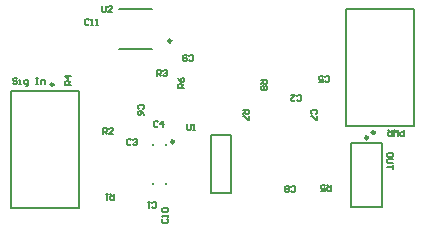
<source format=gto>
G04*
G04 #@! TF.GenerationSoftware,Altium Limited,Altium Designer,24.3.1 (35)*
G04*
G04 Layer_Color=65535*
%FSLAX44Y44*%
%MOMM*%
G71*
G04*
G04 #@! TF.SameCoordinates,A55C384A-10D3-4AF3-AD7F-F2B73029A162*
G04*
G04*
G04 #@! TF.FilePolarity,Positive*
G04*
G01*
G75*
%ADD10C,0.2500*%
%ADD11C,0.2000*%
%ADD12C,0.1270*%
D10*
X326870Y388760D02*
G03*
X326870Y388760I-1250J0D01*
G01*
X598920Y348240D02*
G03*
X598920Y348240I-1250J0D01*
G01*
X593070Y343820D02*
G03*
X593070Y343820I-1250J0D01*
G01*
X428849Y340360D02*
G03*
X428849Y340360I-1250J0D01*
G01*
X426521Y425860D02*
G03*
X426521Y425860I-1250J0D01*
G01*
D11*
X348620Y284510D02*
Y383510D01*
X291120Y284510D02*
X348620D01*
X291120D02*
Y383510D01*
X348620D01*
X574670Y353490D02*
X632170D01*
Y452490D01*
X574670D02*
X632170D01*
X574670Y353490D02*
Y452490D01*
X578370Y285520D02*
Y339320D01*
X605270D01*
Y285520D02*
Y339320D01*
X578370Y285520D02*
X605270D01*
X459840Y296810D02*
Y345810D01*
Y296810D02*
X477420D01*
Y345810D01*
X459840D02*
X477420D01*
X382240Y418610D02*
X410240D01*
X382240Y452610D02*
X410240D01*
X410810Y304300D02*
Y305300D01*
X422310Y304300D02*
Y305300D01*
Y337320D02*
Y338320D01*
X410810Y337320D02*
Y338320D01*
D12*
X295913Y393699D02*
X295067Y394546D01*
X293374D01*
X292528Y393699D01*
Y392853D01*
X293374Y392006D01*
X295067D01*
X295913Y391160D01*
Y390314D01*
X295067Y389467D01*
X293374D01*
X292528Y390314D01*
X297606Y389467D02*
X299299D01*
X298452D01*
Y392853D01*
X297606D01*
X303531Y387774D02*
X304377D01*
X305224Y388621D01*
Y392853D01*
X302684D01*
X301838Y392006D01*
Y390314D01*
X302684Y389467D01*
X305224D01*
X311995Y394546D02*
X313687D01*
X312841D01*
Y389467D01*
X311995D01*
X313687D01*
X316227D02*
Y392853D01*
X318766D01*
X319612Y392006D01*
Y389467D01*
X623991Y350519D02*
Y345441D01*
X621452D01*
X620606Y346287D01*
Y347980D01*
X621452Y348826D01*
X623991D01*
X618913Y345441D02*
Y350519D01*
X617220Y348826D01*
X615527Y350519D01*
Y345441D01*
X613834Y350519D02*
Y345441D01*
X611295D01*
X610449Y346287D01*
Y347980D01*
X611295Y348826D01*
X613834D01*
X612142D02*
X610449Y350519D01*
X614679Y328082D02*
Y329775D01*
X613833Y330621D01*
X610447D01*
X609601Y329775D01*
Y328082D01*
X610447Y327236D01*
X613833D01*
X614679Y328082D01*
Y325543D02*
X610447D01*
X609601Y324696D01*
Y323004D01*
X610447Y322157D01*
X614679D01*
Y320464D02*
Y317079D01*
Y318772D01*
X609601D01*
X357294Y443653D02*
X356448Y444499D01*
X354755D01*
X353909Y443653D01*
Y440267D01*
X354755Y439421D01*
X356448D01*
X357294Y440267D01*
X358987Y439421D02*
X360680D01*
X359833D01*
Y444499D01*
X358987Y443653D01*
X363219Y439421D02*
X364912D01*
X364065D01*
Y444499D01*
X363219Y443653D01*
X549063Y364066D02*
X549909Y364913D01*
Y366605D01*
X549063Y367452D01*
X545677D01*
X544831Y366605D01*
Y364913D01*
X545677Y364066D01*
X549909Y362374D02*
Y358988D01*
X549063D01*
X545677Y362374D01*
X544831D01*
X367803Y455319D02*
Y451087D01*
X368650Y450241D01*
X370342D01*
X371189Y451087D01*
Y455319D01*
X376267Y450241D02*
X372882D01*
X376267Y453626D01*
Y454473D01*
X375421Y455319D01*
X373728D01*
X372882Y454473D01*
X392854Y341705D02*
X392007Y342551D01*
X390314D01*
X389468Y341705D01*
Y338319D01*
X390314Y337473D01*
X392007D01*
X392854Y338319D01*
X394546Y341705D02*
X395393Y342551D01*
X397086D01*
X397932Y341705D01*
Y340858D01*
X397086Y340012D01*
X396239D01*
X397086D01*
X397932Y339165D01*
Y338319D01*
X397086Y337473D01*
X395393D01*
X394546Y338319D01*
X415714Y357293D02*
X414867Y358139D01*
X413175D01*
X412328Y357293D01*
Y353907D01*
X413175Y353061D01*
X414867D01*
X415714Y353907D01*
X419946Y353061D02*
Y358139D01*
X417406Y355600D01*
X420792D01*
X441536Y409787D02*
X442383Y408941D01*
X444076D01*
X444922Y409787D01*
Y413173D01*
X444076Y414019D01*
X442383D01*
X441536Y413173D01*
X439844D02*
X438997Y414019D01*
X437304D01*
X436458Y413173D01*
Y409787D01*
X437304Y408941D01*
X438997D01*
X439844Y409787D01*
Y410634D01*
X438997Y411480D01*
X436458D01*
X532976Y375497D02*
X533823Y374651D01*
X535516D01*
X536362Y375497D01*
Y378883D01*
X535516Y379729D01*
X533823D01*
X532976Y378883D01*
X527898Y379729D02*
X531284D01*
X527898Y376344D01*
Y375497D01*
X528744Y374651D01*
X530437D01*
X531284Y375497D01*
X557106Y392007D02*
X557953Y391161D01*
X559646D01*
X560492Y392007D01*
Y395393D01*
X559646Y396239D01*
X557953D01*
X557106Y395393D01*
X552028Y391161D02*
X555414D01*
Y393700D01*
X553721Y392854D01*
X552874D01*
X552028Y393700D01*
Y395393D01*
X552874Y396239D01*
X554567D01*
X555414Y395393D01*
X410210Y285327D02*
X411056Y284481D01*
X412749D01*
X413596Y285327D01*
Y288713D01*
X412749Y289559D01*
X411056D01*
X410210Y288713D01*
X408517Y289559D02*
X406824D01*
X407671D01*
Y284481D01*
X408517Y285327D01*
X369148Y346711D02*
Y351789D01*
X371687D01*
X372534Y350943D01*
Y349250D01*
X371687Y348404D01*
X369148D01*
X370841D02*
X372534Y346711D01*
X377612D02*
X374226D01*
X377612Y350096D01*
Y350943D01*
X376766Y351789D01*
X375073D01*
X374226Y350943D01*
X378036Y295909D02*
Y290831D01*
X375496D01*
X374650Y291677D01*
Y293370D01*
X375496Y294216D01*
X378036D01*
X376343D02*
X374650Y295909D01*
X372957D02*
X371264D01*
X372111D01*
Y290831D01*
X372957Y291677D01*
X487681Y367452D02*
X492759D01*
Y364913D01*
X491913Y364066D01*
X490220D01*
X489374Y364913D01*
Y367452D01*
Y365759D02*
X487681Y364066D01*
X492759Y362374D02*
Y358988D01*
X491913D01*
X488527Y362374D01*
X487681D01*
X527763Y298553D02*
X528610Y297706D01*
X530302D01*
X531149Y298553D01*
Y301938D01*
X530302Y302785D01*
X528610D01*
X527763Y301938D01*
X526071Y298553D02*
X525224Y297706D01*
X523531D01*
X522685Y298553D01*
Y299399D01*
X523531Y300245D01*
X522685Y301092D01*
Y301938D01*
X523531Y302785D01*
X525224D01*
X526071Y301938D01*
Y301092D01*
X525224Y300245D01*
X526071Y299399D01*
Y298553D01*
X525224Y300245D02*
X523531D01*
X341629Y388198D02*
X336551D01*
Y390737D01*
X337397Y391584D01*
X339090D01*
X339936Y390737D01*
Y388198D01*
Y389891D02*
X341629Y391584D01*
Y395816D02*
X336551D01*
X339090Y393276D01*
Y396662D01*
X414868Y396353D02*
Y401431D01*
X417407D01*
X418254Y400585D01*
Y398892D01*
X417407Y398046D01*
X414868D01*
X416561D02*
X418254Y396353D01*
X419946Y400585D02*
X420793Y401431D01*
X422486D01*
X423332Y400585D01*
Y399739D01*
X422486Y398892D01*
X421639D01*
X422486D01*
X423332Y398046D01*
Y397199D01*
X422486Y396353D01*
X420793D01*
X419946Y397199D01*
X561762Y303641D02*
Y298563D01*
X559223D01*
X558376Y299409D01*
Y301102D01*
X559223Y301949D01*
X561762D01*
X560069D02*
X558376Y303641D01*
X553298Y298563D02*
X556684D01*
Y301102D01*
X554991Y300256D01*
X554144D01*
X553298Y301102D01*
Y302795D01*
X554144Y303641D01*
X555837D01*
X556684Y302795D01*
X403013Y367876D02*
X403859Y368723D01*
Y370415D01*
X403013Y371262D01*
X399627D01*
X398781Y370415D01*
Y368723D01*
X399627Y367876D01*
X403859Y362798D02*
X403013Y364491D01*
X401320Y366184D01*
X399627D01*
X398781Y365337D01*
Y363644D01*
X399627Y362798D01*
X400474D01*
X401320Y363644D01*
Y366184D01*
X502921Y392852D02*
X507999D01*
Y390313D01*
X507153Y389466D01*
X505460D01*
X504614Y390313D01*
Y392852D01*
Y391159D02*
X502921Y389466D01*
X507153Y387774D02*
X507999Y386927D01*
Y385234D01*
X507153Y384388D01*
X506306D01*
X505460Y385234D01*
X504614Y384388D01*
X503767D01*
X502921Y385234D01*
Y386927D01*
X503767Y387774D01*
X504614D01*
X505460Y386927D01*
X506306Y387774D01*
X507153D01*
X505460Y386927D02*
Y385234D01*
X436991Y385658D02*
X431913D01*
Y388197D01*
X432759Y389044D01*
X434452D01*
X435299Y388197D01*
Y385658D01*
Y387351D02*
X436991Y389044D01*
X431913Y394122D02*
X432759Y392429D01*
X434452Y390736D01*
X436145D01*
X436991Y391583D01*
Y393276D01*
X436145Y394122D01*
X435299D01*
X434452Y393276D01*
Y390736D01*
X439844Y355599D02*
Y351367D01*
X440691Y350521D01*
X442384D01*
X443230Y351367D01*
Y355599D01*
X444923Y350521D02*
X446616D01*
X445769D01*
Y355599D01*
X444923Y354753D01*
X419947Y275168D02*
X419101Y274321D01*
Y272628D01*
X419947Y271782D01*
X423333D01*
X424179Y272628D01*
Y274321D01*
X423333Y275168D01*
X424179Y276860D02*
Y278553D01*
Y277707D01*
X419101D01*
X419947Y276860D01*
Y281092D02*
X419101Y281939D01*
Y283632D01*
X419947Y284478D01*
X423333D01*
X424179Y283632D01*
Y281939D01*
X423333Y281092D01*
X419947D01*
M02*

</source>
